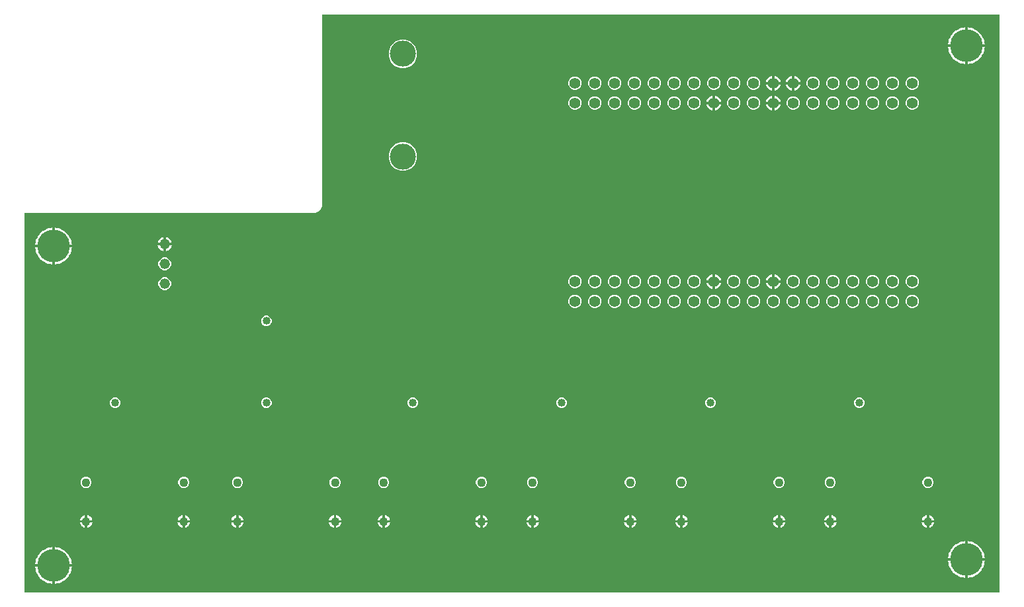
<source format=gbr>
G04 EAGLE Gerber RS-274X export*
G75*
%MOMM*%
%FSLAX34Y34*%
%LPD*%
%INCopper Layer 2*%
%IPPOS*%
%AMOC8*
5,1,8,0,0,1.08239X$1,22.5*%
G01*
%ADD10C,1.320800*%
%ADD11C,1.108000*%
%ADD12C,1.397000*%
%ADD13C,3.327400*%
%ADD14C,4.191000*%
%ADD15C,1.016000*%

G36*
X1258336Y10926D02*
X1258336Y10926D01*
X1258355Y10924D01*
X1258457Y10946D01*
X1258559Y10962D01*
X1258576Y10972D01*
X1258596Y10976D01*
X1258685Y11029D01*
X1258776Y11078D01*
X1258790Y11092D01*
X1258807Y11102D01*
X1258874Y11181D01*
X1258946Y11256D01*
X1258954Y11274D01*
X1258967Y11289D01*
X1259006Y11385D01*
X1259049Y11479D01*
X1259051Y11499D01*
X1259059Y11517D01*
X1259077Y11684D01*
X1259077Y750316D01*
X1259074Y750336D01*
X1259076Y750355D01*
X1259054Y750457D01*
X1259038Y750559D01*
X1259028Y750576D01*
X1259024Y750596D01*
X1258971Y750685D01*
X1258922Y750776D01*
X1258908Y750790D01*
X1258898Y750807D01*
X1258819Y750874D01*
X1258744Y750946D01*
X1258726Y750954D01*
X1258711Y750967D01*
X1258615Y751006D01*
X1258521Y751049D01*
X1258501Y751051D01*
X1258483Y751059D01*
X1258316Y751077D01*
X392684Y751077D01*
X392664Y751074D01*
X392645Y751076D01*
X392543Y751054D01*
X392441Y751038D01*
X392424Y751028D01*
X392404Y751024D01*
X392315Y750971D01*
X392224Y750922D01*
X392210Y750908D01*
X392193Y750898D01*
X392126Y750819D01*
X392054Y750744D01*
X392046Y750726D01*
X392033Y750711D01*
X391994Y750615D01*
X391951Y750521D01*
X391949Y750501D01*
X391941Y750483D01*
X391923Y750316D01*
X391923Y505827D01*
X390260Y501813D01*
X387187Y498740D01*
X383173Y497077D01*
X11684Y497077D01*
X11664Y497074D01*
X11645Y497076D01*
X11543Y497054D01*
X11441Y497038D01*
X11424Y497028D01*
X11404Y497024D01*
X11315Y496971D01*
X11224Y496922D01*
X11210Y496908D01*
X11193Y496898D01*
X11126Y496819D01*
X11054Y496744D01*
X11046Y496726D01*
X11033Y496711D01*
X10994Y496615D01*
X10951Y496521D01*
X10949Y496501D01*
X10941Y496483D01*
X10923Y496316D01*
X10923Y11684D01*
X10926Y11664D01*
X10924Y11645D01*
X10946Y11543D01*
X10962Y11441D01*
X10972Y11424D01*
X10976Y11404D01*
X11029Y11315D01*
X11078Y11224D01*
X11092Y11210D01*
X11102Y11193D01*
X11181Y11126D01*
X11256Y11054D01*
X11274Y11046D01*
X11289Y11033D01*
X11385Y10994D01*
X11479Y10951D01*
X11499Y10949D01*
X11517Y10941D01*
X11684Y10923D01*
X1258316Y10923D01*
X1258336Y10926D01*
G37*
%LPC*%
G36*
X491687Y682497D02*
X491687Y682497D01*
X485012Y685262D01*
X479903Y690371D01*
X477138Y697046D01*
X477138Y704272D01*
X479903Y710947D01*
X485012Y716056D01*
X491687Y718821D01*
X498913Y718821D01*
X505588Y716056D01*
X510697Y710947D01*
X513462Y704272D01*
X513462Y697046D01*
X510697Y690371D01*
X505588Y685262D01*
X498913Y682497D01*
X491687Y682497D01*
G37*
%LPD*%
%LPC*%
G36*
X491687Y551179D02*
X491687Y551179D01*
X485012Y553944D01*
X479903Y559053D01*
X477138Y565728D01*
X477138Y572954D01*
X479903Y579629D01*
X485012Y584738D01*
X491687Y587503D01*
X498913Y587503D01*
X505588Y584738D01*
X510697Y579629D01*
X513462Y572954D01*
X513462Y565728D01*
X510697Y559053D01*
X505588Y553944D01*
X498913Y551179D01*
X491687Y551179D01*
G37*
%LPD*%
%LPC*%
G36*
X1218183Y712723D02*
X1218183Y712723D01*
X1218183Y734673D01*
X1220602Y734400D01*
X1221792Y734129D01*
X1223175Y733813D01*
X1225665Y732942D01*
X1228043Y731796D01*
X1230278Y730392D01*
X1232341Y728747D01*
X1234207Y726881D01*
X1235852Y724818D01*
X1237256Y722583D01*
X1238402Y720205D01*
X1239273Y717715D01*
X1239860Y715142D01*
X1240133Y712723D01*
X1218183Y712723D01*
G37*
%LPD*%
%LPC*%
G36*
X49783Y456183D02*
X49783Y456183D01*
X49783Y478133D01*
X52202Y477860D01*
X53397Y477587D01*
X54775Y477273D01*
X57265Y476402D01*
X59643Y475256D01*
X61878Y473852D01*
X63941Y472207D01*
X65807Y470341D01*
X67452Y468278D01*
X68856Y466043D01*
X70002Y463665D01*
X70873Y461175D01*
X71460Y458602D01*
X71733Y456183D01*
X49783Y456183D01*
G37*
%LPD*%
%LPC*%
G36*
X49783Y47243D02*
X49783Y47243D01*
X49783Y69193D01*
X52202Y68920D01*
X52745Y68796D01*
X52746Y68796D01*
X54775Y68333D01*
X57265Y67462D01*
X59643Y66316D01*
X61878Y64912D01*
X63941Y63267D01*
X65807Y61401D01*
X67452Y59338D01*
X68856Y57103D01*
X70002Y54725D01*
X70873Y52235D01*
X71460Y49662D01*
X71733Y47243D01*
X49783Y47243D01*
G37*
%LPD*%
%LPC*%
G36*
X1218183Y54863D02*
X1218183Y54863D01*
X1218183Y76813D01*
X1220602Y76540D01*
X1221178Y76409D01*
X1223175Y75953D01*
X1225665Y75082D01*
X1228043Y73936D01*
X1230278Y72532D01*
X1232341Y70887D01*
X1234207Y69021D01*
X1235852Y66958D01*
X1237256Y64723D01*
X1238402Y62345D01*
X1239273Y59855D01*
X1239860Y57282D01*
X1240133Y54863D01*
X1218183Y54863D01*
G37*
%LPD*%
%LPC*%
G36*
X49783Y44197D02*
X49783Y44197D01*
X71733Y44197D01*
X71460Y41778D01*
X70873Y39205D01*
X70002Y36715D01*
X68856Y34337D01*
X67452Y32102D01*
X65807Y30039D01*
X63941Y28173D01*
X61878Y26528D01*
X59643Y25124D01*
X57265Y23978D01*
X54775Y23107D01*
X52202Y22520D01*
X49783Y22247D01*
X49783Y44197D01*
G37*
%LPD*%
%LPC*%
G36*
X1218183Y709677D02*
X1218183Y709677D01*
X1240133Y709677D01*
X1239860Y707258D01*
X1239273Y704685D01*
X1238402Y702195D01*
X1237256Y699817D01*
X1235852Y697582D01*
X1234207Y695519D01*
X1232341Y693653D01*
X1230278Y692008D01*
X1228043Y690604D01*
X1225665Y689458D01*
X1223175Y688587D01*
X1220602Y688000D01*
X1218183Y687727D01*
X1218183Y709677D01*
G37*
%LPD*%
%LPC*%
G36*
X24787Y47243D02*
X24787Y47243D01*
X25060Y49662D01*
X25647Y52235D01*
X26518Y54725D01*
X27664Y57103D01*
X29068Y59338D01*
X30713Y61401D01*
X32579Y63267D01*
X34642Y64912D01*
X36877Y66316D01*
X39255Y67462D01*
X41745Y68333D01*
X44318Y68920D01*
X46737Y69193D01*
X46737Y47243D01*
X24787Y47243D01*
G37*
%LPD*%
%LPC*%
G36*
X1193187Y712723D02*
X1193187Y712723D01*
X1193460Y715142D01*
X1194047Y717715D01*
X1194918Y720205D01*
X1196064Y722583D01*
X1197468Y724818D01*
X1199113Y726881D01*
X1200979Y728747D01*
X1203042Y730392D01*
X1205277Y731796D01*
X1207655Y732942D01*
X1210145Y733813D01*
X1212718Y734400D01*
X1215137Y734673D01*
X1215137Y712723D01*
X1193187Y712723D01*
G37*
%LPD*%
%LPC*%
G36*
X49783Y453137D02*
X49783Y453137D01*
X71733Y453137D01*
X71460Y450718D01*
X70873Y448145D01*
X70002Y445655D01*
X68856Y443277D01*
X67452Y441042D01*
X65807Y438979D01*
X63941Y437113D01*
X61878Y435468D01*
X59643Y434064D01*
X57265Y432918D01*
X54775Y432047D01*
X52202Y431460D01*
X49783Y431187D01*
X49783Y453137D01*
G37*
%LPD*%
%LPC*%
G36*
X24787Y456183D02*
X24787Y456183D01*
X25060Y458602D01*
X25647Y461175D01*
X26518Y463665D01*
X27664Y466043D01*
X29068Y468278D01*
X30713Y470341D01*
X32579Y472207D01*
X34642Y473852D01*
X36877Y475256D01*
X39255Y476402D01*
X41745Y477273D01*
X44318Y477860D01*
X46737Y478133D01*
X46737Y456183D01*
X24787Y456183D01*
G37*
%LPD*%
%LPC*%
G36*
X1218183Y51817D02*
X1218183Y51817D01*
X1240133Y51817D01*
X1239860Y49398D01*
X1239273Y46825D01*
X1238402Y44335D01*
X1237256Y41957D01*
X1235852Y39722D01*
X1234207Y37659D01*
X1232341Y35793D01*
X1230278Y34148D01*
X1228043Y32744D01*
X1225665Y31598D01*
X1223175Y30727D01*
X1220602Y30140D01*
X1218183Y29867D01*
X1218183Y51817D01*
G37*
%LPD*%
%LPC*%
G36*
X1193187Y54863D02*
X1193187Y54863D01*
X1193460Y57282D01*
X1194047Y59855D01*
X1194918Y62345D01*
X1196064Y64723D01*
X1197468Y66958D01*
X1199113Y69021D01*
X1200979Y70887D01*
X1203042Y72532D01*
X1205277Y73936D01*
X1207655Y75082D01*
X1210145Y75953D01*
X1212718Y76540D01*
X1215137Y76813D01*
X1215137Y54863D01*
X1193187Y54863D01*
G37*
%LPD*%
%LPC*%
G36*
X44318Y22520D02*
X44318Y22520D01*
X41845Y23084D01*
X41745Y23107D01*
X39255Y23978D01*
X36877Y25124D01*
X34642Y26528D01*
X32579Y28173D01*
X30713Y30039D01*
X29068Y32102D01*
X27664Y34337D01*
X26518Y36715D01*
X25647Y39205D01*
X25060Y41778D01*
X24787Y44197D01*
X46737Y44197D01*
X46737Y22247D01*
X44318Y22520D01*
G37*
%LPD*%
%LPC*%
G36*
X44318Y431460D02*
X44318Y431460D01*
X42497Y431875D01*
X42496Y431876D01*
X41745Y432047D01*
X39255Y432918D01*
X36877Y434064D01*
X34642Y435468D01*
X32579Y437113D01*
X30713Y438979D01*
X29068Y441042D01*
X27664Y443277D01*
X26518Y445655D01*
X25647Y448145D01*
X25060Y450718D01*
X24787Y453137D01*
X46737Y453137D01*
X46737Y431187D01*
X44318Y431460D01*
G37*
%LPD*%
%LPC*%
G36*
X1212718Y688000D02*
X1212718Y688000D01*
X1210891Y688417D01*
X1210145Y688587D01*
X1207655Y689458D01*
X1205277Y690604D01*
X1203042Y692008D01*
X1200979Y693653D01*
X1199113Y695519D01*
X1197468Y697582D01*
X1196064Y699817D01*
X1194918Y702195D01*
X1194047Y704685D01*
X1193460Y707258D01*
X1193187Y709677D01*
X1215137Y709677D01*
X1215137Y687727D01*
X1212718Y688000D01*
G37*
%LPD*%
%LPC*%
G36*
X1212718Y30140D02*
X1212718Y30140D01*
X1210278Y30697D01*
X1210145Y30727D01*
X1207655Y31598D01*
X1205277Y32744D01*
X1203042Y34148D01*
X1200979Y35793D01*
X1199113Y37659D01*
X1197468Y39722D01*
X1196064Y41957D01*
X1194918Y44335D01*
X1194047Y46825D01*
X1193460Y49398D01*
X1193187Y51817D01*
X1215137Y51817D01*
X1215137Y29867D01*
X1212718Y30140D01*
G37*
%LPD*%
%LPC*%
G36*
X942507Y654690D02*
X942507Y654690D01*
X939380Y655986D01*
X936986Y658380D01*
X935690Y661507D01*
X935690Y664893D01*
X936986Y668020D01*
X939380Y670414D01*
X942507Y671710D01*
X945893Y671710D01*
X949020Y670414D01*
X951414Y668020D01*
X952710Y664893D01*
X952710Y661507D01*
X951414Y658380D01*
X949020Y655986D01*
X945893Y654690D01*
X942507Y654690D01*
G37*
%LPD*%
%LPC*%
G36*
X917107Y654690D02*
X917107Y654690D01*
X913980Y655986D01*
X911586Y658380D01*
X910290Y661507D01*
X910290Y664893D01*
X911586Y668020D01*
X913980Y670414D01*
X917107Y671710D01*
X920493Y671710D01*
X923620Y670414D01*
X926014Y668020D01*
X927310Y664893D01*
X927310Y661507D01*
X926014Y658380D01*
X923620Y655986D01*
X920493Y654690D01*
X917107Y654690D01*
G37*
%LPD*%
%LPC*%
G36*
X891707Y654690D02*
X891707Y654690D01*
X888580Y655986D01*
X886186Y658380D01*
X884890Y661507D01*
X884890Y664893D01*
X886186Y668020D01*
X888580Y670414D01*
X891707Y671710D01*
X895093Y671710D01*
X898220Y670414D01*
X900614Y668020D01*
X901910Y664893D01*
X901910Y661507D01*
X900614Y658380D01*
X898220Y655986D01*
X895093Y654690D01*
X891707Y654690D01*
G37*
%LPD*%
%LPC*%
G36*
X866307Y654690D02*
X866307Y654690D01*
X863180Y655986D01*
X860786Y658380D01*
X859490Y661507D01*
X859490Y664893D01*
X860786Y668020D01*
X863180Y670414D01*
X866307Y671710D01*
X869693Y671710D01*
X872820Y670414D01*
X875214Y668020D01*
X876510Y664893D01*
X876510Y661507D01*
X875214Y658380D01*
X872820Y655986D01*
X869693Y654690D01*
X866307Y654690D01*
G37*
%LPD*%
%LPC*%
G36*
X840907Y654690D02*
X840907Y654690D01*
X837780Y655986D01*
X835386Y658380D01*
X834090Y661507D01*
X834090Y664893D01*
X835386Y668020D01*
X837780Y670414D01*
X840907Y671710D01*
X844293Y671710D01*
X847420Y670414D01*
X849814Y668020D01*
X851110Y664893D01*
X851110Y661507D01*
X849814Y658380D01*
X847420Y655986D01*
X844293Y654690D01*
X840907Y654690D01*
G37*
%LPD*%
%LPC*%
G36*
X815507Y654690D02*
X815507Y654690D01*
X812380Y655986D01*
X809986Y658380D01*
X808690Y661507D01*
X808690Y664893D01*
X809986Y668020D01*
X812380Y670414D01*
X815507Y671710D01*
X818893Y671710D01*
X822020Y670414D01*
X824414Y668020D01*
X825710Y664893D01*
X825710Y661507D01*
X824414Y658380D01*
X822020Y655986D01*
X818893Y654690D01*
X815507Y654690D01*
G37*
%LPD*%
%LPC*%
G36*
X790107Y654690D02*
X790107Y654690D01*
X786980Y655986D01*
X784586Y658380D01*
X783290Y661507D01*
X783290Y664893D01*
X784586Y668020D01*
X786980Y670414D01*
X790107Y671710D01*
X793493Y671710D01*
X796620Y670414D01*
X799014Y668020D01*
X800310Y664893D01*
X800310Y661507D01*
X799014Y658380D01*
X796620Y655986D01*
X793493Y654690D01*
X790107Y654690D01*
G37*
%LPD*%
%LPC*%
G36*
X764707Y654690D02*
X764707Y654690D01*
X761580Y655986D01*
X759186Y658380D01*
X757890Y661507D01*
X757890Y664893D01*
X759186Y668020D01*
X761580Y670414D01*
X764707Y671710D01*
X768093Y671710D01*
X771220Y670414D01*
X773614Y668020D01*
X774910Y664893D01*
X774910Y661507D01*
X773614Y658380D01*
X771220Y655986D01*
X768093Y654690D01*
X764707Y654690D01*
G37*
%LPD*%
%LPC*%
G36*
X739307Y654690D02*
X739307Y654690D01*
X736180Y655986D01*
X733786Y658380D01*
X732490Y661507D01*
X732490Y664893D01*
X733786Y668020D01*
X736180Y670414D01*
X739307Y671710D01*
X742693Y671710D01*
X745820Y670414D01*
X748214Y668020D01*
X749510Y664893D01*
X749510Y661507D01*
X748214Y658380D01*
X745820Y655986D01*
X742693Y654690D01*
X739307Y654690D01*
G37*
%LPD*%
%LPC*%
G36*
X1044107Y654690D02*
X1044107Y654690D01*
X1040980Y655986D01*
X1038586Y658380D01*
X1037290Y661507D01*
X1037290Y664893D01*
X1038586Y668020D01*
X1040980Y670414D01*
X1044107Y671710D01*
X1047493Y671710D01*
X1050620Y670414D01*
X1053014Y668020D01*
X1054310Y664893D01*
X1054310Y661507D01*
X1053014Y658380D01*
X1050620Y655986D01*
X1047493Y654690D01*
X1044107Y654690D01*
G37*
%LPD*%
%LPC*%
G36*
X1094907Y654690D02*
X1094907Y654690D01*
X1091780Y655986D01*
X1089386Y658380D01*
X1088090Y661507D01*
X1088090Y664893D01*
X1089386Y668020D01*
X1091780Y670414D01*
X1094907Y671710D01*
X1098293Y671710D01*
X1101420Y670414D01*
X1103814Y668020D01*
X1105110Y664893D01*
X1105110Y661507D01*
X1103814Y658380D01*
X1101420Y655986D01*
X1098293Y654690D01*
X1094907Y654690D01*
G37*
%LPD*%
%LPC*%
G36*
X1145707Y654690D02*
X1145707Y654690D01*
X1142580Y655986D01*
X1140186Y658380D01*
X1138890Y661507D01*
X1138890Y664893D01*
X1140186Y668020D01*
X1142580Y670414D01*
X1145707Y671710D01*
X1149093Y671710D01*
X1152220Y670414D01*
X1154614Y668020D01*
X1155910Y664893D01*
X1155910Y661507D01*
X1154614Y658380D01*
X1152220Y655986D01*
X1149093Y654690D01*
X1145707Y654690D01*
G37*
%LPD*%
%LPC*%
G36*
X1044107Y375290D02*
X1044107Y375290D01*
X1040980Y376586D01*
X1038586Y378980D01*
X1037290Y382107D01*
X1037290Y385493D01*
X1038586Y388620D01*
X1040980Y391014D01*
X1044107Y392310D01*
X1047493Y392310D01*
X1050620Y391014D01*
X1053014Y388620D01*
X1054310Y385493D01*
X1054310Y382107D01*
X1053014Y378980D01*
X1050620Y376586D01*
X1047493Y375290D01*
X1044107Y375290D01*
G37*
%LPD*%
%LPC*%
G36*
X1069507Y375290D02*
X1069507Y375290D01*
X1066380Y376586D01*
X1063986Y378980D01*
X1062690Y382107D01*
X1062690Y385493D01*
X1063986Y388620D01*
X1066380Y391014D01*
X1069507Y392310D01*
X1072893Y392310D01*
X1076020Y391014D01*
X1078414Y388620D01*
X1079710Y385493D01*
X1079710Y382107D01*
X1078414Y378980D01*
X1076020Y376586D01*
X1072893Y375290D01*
X1069507Y375290D01*
G37*
%LPD*%
%LPC*%
G36*
X1094907Y375290D02*
X1094907Y375290D01*
X1091780Y376586D01*
X1089386Y378980D01*
X1088090Y382107D01*
X1088090Y385493D01*
X1089386Y388620D01*
X1091780Y391014D01*
X1094907Y392310D01*
X1098293Y392310D01*
X1101420Y391014D01*
X1103814Y388620D01*
X1105110Y385493D01*
X1105110Y382107D01*
X1103814Y378980D01*
X1101420Y376586D01*
X1098293Y375290D01*
X1094907Y375290D01*
G37*
%LPD*%
%LPC*%
G36*
X1120307Y375290D02*
X1120307Y375290D01*
X1117180Y376586D01*
X1114786Y378980D01*
X1113490Y382107D01*
X1113490Y385493D01*
X1114786Y388620D01*
X1117180Y391014D01*
X1120307Y392310D01*
X1123693Y392310D01*
X1126820Y391014D01*
X1129214Y388620D01*
X1130510Y385493D01*
X1130510Y382107D01*
X1129214Y378980D01*
X1126820Y376586D01*
X1123693Y375290D01*
X1120307Y375290D01*
G37*
%LPD*%
%LPC*%
G36*
X993307Y375290D02*
X993307Y375290D01*
X990180Y376586D01*
X987786Y378980D01*
X986490Y382107D01*
X986490Y385493D01*
X987786Y388620D01*
X990180Y391014D01*
X993307Y392310D01*
X996693Y392310D01*
X999820Y391014D01*
X1002214Y388620D01*
X1003510Y385493D01*
X1003510Y382107D01*
X1002214Y378980D01*
X999820Y376586D01*
X996693Y375290D01*
X993307Y375290D01*
G37*
%LPD*%
%LPC*%
G36*
X739307Y375290D02*
X739307Y375290D01*
X736180Y376586D01*
X733786Y378980D01*
X732490Y382107D01*
X732490Y385493D01*
X733786Y388620D01*
X736180Y391014D01*
X739307Y392310D01*
X742693Y392310D01*
X745820Y391014D01*
X748214Y388620D01*
X749510Y385493D01*
X749510Y382107D01*
X748214Y378980D01*
X745820Y376586D01*
X742693Y375290D01*
X739307Y375290D01*
G37*
%LPD*%
%LPC*%
G36*
X993307Y629290D02*
X993307Y629290D01*
X990180Y630586D01*
X987786Y632980D01*
X986490Y636107D01*
X986490Y639493D01*
X987786Y642620D01*
X990180Y645014D01*
X993307Y646310D01*
X996693Y646310D01*
X999820Y645014D01*
X1002214Y642620D01*
X1003510Y639493D01*
X1003510Y636107D01*
X1002214Y632980D01*
X999820Y630586D01*
X996693Y629290D01*
X993307Y629290D01*
G37*
%LPD*%
%LPC*%
G36*
X942507Y629290D02*
X942507Y629290D01*
X939380Y630586D01*
X936986Y632980D01*
X935690Y636107D01*
X935690Y639493D01*
X936986Y642620D01*
X939380Y645014D01*
X942507Y646310D01*
X945893Y646310D01*
X949020Y645014D01*
X951414Y642620D01*
X952710Y639493D01*
X952710Y636107D01*
X951414Y632980D01*
X949020Y630586D01*
X945893Y629290D01*
X942507Y629290D01*
G37*
%LPD*%
%LPC*%
G36*
X917107Y629290D02*
X917107Y629290D01*
X913980Y630586D01*
X911586Y632980D01*
X910290Y636107D01*
X910290Y639493D01*
X911586Y642620D01*
X913980Y645014D01*
X917107Y646310D01*
X920493Y646310D01*
X923620Y645014D01*
X926014Y642620D01*
X927310Y639493D01*
X927310Y636107D01*
X926014Y632980D01*
X923620Y630586D01*
X920493Y629290D01*
X917107Y629290D01*
G37*
%LPD*%
%LPC*%
G36*
X1145707Y629290D02*
X1145707Y629290D01*
X1142580Y630586D01*
X1140186Y632980D01*
X1138890Y636107D01*
X1138890Y639493D01*
X1140186Y642620D01*
X1142580Y645014D01*
X1145707Y646310D01*
X1149093Y646310D01*
X1152220Y645014D01*
X1154614Y642620D01*
X1155910Y639493D01*
X1155910Y636107D01*
X1154614Y632980D01*
X1152220Y630586D01*
X1149093Y629290D01*
X1145707Y629290D01*
G37*
%LPD*%
%LPC*%
G36*
X1120307Y629290D02*
X1120307Y629290D01*
X1117180Y630586D01*
X1114786Y632980D01*
X1113490Y636107D01*
X1113490Y639493D01*
X1114786Y642620D01*
X1117180Y645014D01*
X1120307Y646310D01*
X1123693Y646310D01*
X1126820Y645014D01*
X1129214Y642620D01*
X1130510Y639493D01*
X1130510Y636107D01*
X1129214Y632980D01*
X1126820Y630586D01*
X1123693Y629290D01*
X1120307Y629290D01*
G37*
%LPD*%
%LPC*%
G36*
X1094907Y629290D02*
X1094907Y629290D01*
X1091780Y630586D01*
X1089386Y632980D01*
X1088090Y636107D01*
X1088090Y639493D01*
X1089386Y642620D01*
X1091780Y645014D01*
X1094907Y646310D01*
X1098293Y646310D01*
X1101420Y645014D01*
X1103814Y642620D01*
X1105110Y639493D01*
X1105110Y636107D01*
X1103814Y632980D01*
X1101420Y630586D01*
X1098293Y629290D01*
X1094907Y629290D01*
G37*
%LPD*%
%LPC*%
G36*
X1069507Y629290D02*
X1069507Y629290D01*
X1066380Y630586D01*
X1063986Y632980D01*
X1062690Y636107D01*
X1062690Y639493D01*
X1063986Y642620D01*
X1066380Y645014D01*
X1069507Y646310D01*
X1072893Y646310D01*
X1076020Y645014D01*
X1078414Y642620D01*
X1079710Y639493D01*
X1079710Y636107D01*
X1078414Y632980D01*
X1076020Y630586D01*
X1072893Y629290D01*
X1069507Y629290D01*
G37*
%LPD*%
%LPC*%
G36*
X1044107Y629290D02*
X1044107Y629290D01*
X1040980Y630586D01*
X1038586Y632980D01*
X1037290Y636107D01*
X1037290Y639493D01*
X1038586Y642620D01*
X1040980Y645014D01*
X1044107Y646310D01*
X1047493Y646310D01*
X1050620Y645014D01*
X1053014Y642620D01*
X1054310Y639493D01*
X1054310Y636107D01*
X1053014Y632980D01*
X1050620Y630586D01*
X1047493Y629290D01*
X1044107Y629290D01*
G37*
%LPD*%
%LPC*%
G36*
X1018707Y629290D02*
X1018707Y629290D01*
X1015580Y630586D01*
X1013186Y632980D01*
X1011890Y636107D01*
X1011890Y639493D01*
X1013186Y642620D01*
X1015580Y645014D01*
X1018707Y646310D01*
X1022093Y646310D01*
X1025220Y645014D01*
X1027614Y642620D01*
X1028910Y639493D01*
X1028910Y636107D01*
X1027614Y632980D01*
X1025220Y630586D01*
X1022093Y629290D01*
X1018707Y629290D01*
G37*
%LPD*%
%LPC*%
G36*
X866307Y629290D02*
X866307Y629290D01*
X863180Y630586D01*
X860786Y632980D01*
X859490Y636107D01*
X859490Y639493D01*
X860786Y642620D01*
X863180Y645014D01*
X866307Y646310D01*
X869693Y646310D01*
X872820Y645014D01*
X875214Y642620D01*
X876510Y639493D01*
X876510Y636107D01*
X875214Y632980D01*
X872820Y630586D01*
X869693Y629290D01*
X866307Y629290D01*
G37*
%LPD*%
%LPC*%
G36*
X840907Y629290D02*
X840907Y629290D01*
X837780Y630586D01*
X835386Y632980D01*
X834090Y636107D01*
X834090Y639493D01*
X835386Y642620D01*
X837780Y645014D01*
X840907Y646310D01*
X844293Y646310D01*
X847420Y645014D01*
X849814Y642620D01*
X851110Y639493D01*
X851110Y636107D01*
X849814Y632980D01*
X847420Y630586D01*
X844293Y629290D01*
X840907Y629290D01*
G37*
%LPD*%
%LPC*%
G36*
X815507Y629290D02*
X815507Y629290D01*
X812380Y630586D01*
X809986Y632980D01*
X808690Y636107D01*
X808690Y639493D01*
X809986Y642620D01*
X812380Y645014D01*
X815507Y646310D01*
X818893Y646310D01*
X822020Y645014D01*
X824414Y642620D01*
X825710Y639493D01*
X825710Y636107D01*
X824414Y632980D01*
X822020Y630586D01*
X818893Y629290D01*
X815507Y629290D01*
G37*
%LPD*%
%LPC*%
G36*
X790107Y629290D02*
X790107Y629290D01*
X786980Y630586D01*
X784586Y632980D01*
X783290Y636107D01*
X783290Y639493D01*
X784586Y642620D01*
X786980Y645014D01*
X790107Y646310D01*
X793493Y646310D01*
X796620Y645014D01*
X799014Y642620D01*
X800310Y639493D01*
X800310Y636107D01*
X799014Y632980D01*
X796620Y630586D01*
X793493Y629290D01*
X790107Y629290D01*
G37*
%LPD*%
%LPC*%
G36*
X764707Y629290D02*
X764707Y629290D01*
X761580Y630586D01*
X759186Y632980D01*
X757890Y636107D01*
X757890Y639493D01*
X759186Y642620D01*
X761580Y645014D01*
X764707Y646310D01*
X768093Y646310D01*
X771220Y645014D01*
X773614Y642620D01*
X774910Y639493D01*
X774910Y636107D01*
X773614Y632980D01*
X771220Y630586D01*
X768093Y629290D01*
X764707Y629290D01*
G37*
%LPD*%
%LPC*%
G36*
X739307Y629290D02*
X739307Y629290D01*
X736180Y630586D01*
X733786Y632980D01*
X732490Y636107D01*
X732490Y639493D01*
X733786Y642620D01*
X736180Y645014D01*
X739307Y646310D01*
X742693Y646310D01*
X745820Y645014D01*
X748214Y642620D01*
X749510Y639493D01*
X749510Y636107D01*
X748214Y632980D01*
X745820Y630586D01*
X742693Y629290D01*
X739307Y629290D01*
G37*
%LPD*%
%LPC*%
G36*
X713907Y629290D02*
X713907Y629290D01*
X710780Y630586D01*
X708386Y632980D01*
X707090Y636107D01*
X707090Y639493D01*
X708386Y642620D01*
X710780Y645014D01*
X713907Y646310D01*
X717293Y646310D01*
X720420Y645014D01*
X722814Y642620D01*
X724110Y639493D01*
X724110Y636107D01*
X722814Y632980D01*
X720420Y630586D01*
X717293Y629290D01*
X713907Y629290D01*
G37*
%LPD*%
%LPC*%
G36*
X764707Y375290D02*
X764707Y375290D01*
X761580Y376586D01*
X759186Y378980D01*
X757890Y382107D01*
X757890Y385493D01*
X759186Y388620D01*
X761580Y391014D01*
X764707Y392310D01*
X768093Y392310D01*
X771220Y391014D01*
X773614Y388620D01*
X774910Y385493D01*
X774910Y382107D01*
X773614Y378980D01*
X771220Y376586D01*
X768093Y375290D01*
X764707Y375290D01*
G37*
%LPD*%
%LPC*%
G36*
X967907Y375290D02*
X967907Y375290D01*
X964780Y376586D01*
X962386Y378980D01*
X961090Y382107D01*
X961090Y385493D01*
X962386Y388620D01*
X964780Y391014D01*
X967907Y392310D01*
X971293Y392310D01*
X974420Y391014D01*
X976814Y388620D01*
X978110Y385493D01*
X978110Y382107D01*
X976814Y378980D01*
X974420Y376586D01*
X971293Y375290D01*
X967907Y375290D01*
G37*
%LPD*%
%LPC*%
G36*
X942507Y375290D02*
X942507Y375290D01*
X939380Y376586D01*
X936986Y378980D01*
X935690Y382107D01*
X935690Y385493D01*
X936986Y388620D01*
X939380Y391014D01*
X942507Y392310D01*
X945893Y392310D01*
X949020Y391014D01*
X951414Y388620D01*
X952710Y385493D01*
X952710Y382107D01*
X951414Y378980D01*
X949020Y376586D01*
X945893Y375290D01*
X942507Y375290D01*
G37*
%LPD*%
%LPC*%
G36*
X917107Y375290D02*
X917107Y375290D01*
X913980Y376586D01*
X911586Y378980D01*
X910290Y382107D01*
X910290Y385493D01*
X911586Y388620D01*
X913980Y391014D01*
X917107Y392310D01*
X920493Y392310D01*
X923620Y391014D01*
X926014Y388620D01*
X927310Y385493D01*
X927310Y382107D01*
X926014Y378980D01*
X923620Y376586D01*
X920493Y375290D01*
X917107Y375290D01*
G37*
%LPD*%
%LPC*%
G36*
X1018707Y375290D02*
X1018707Y375290D01*
X1015580Y376586D01*
X1013186Y378980D01*
X1011890Y382107D01*
X1011890Y385493D01*
X1013186Y388620D01*
X1015580Y391014D01*
X1018707Y392310D01*
X1022093Y392310D01*
X1025220Y391014D01*
X1027614Y388620D01*
X1028910Y385493D01*
X1028910Y382107D01*
X1027614Y378980D01*
X1025220Y376586D01*
X1022093Y375290D01*
X1018707Y375290D01*
G37*
%LPD*%
%LPC*%
G36*
X891707Y375290D02*
X891707Y375290D01*
X888580Y376586D01*
X886186Y378980D01*
X884890Y382107D01*
X884890Y385493D01*
X886186Y388620D01*
X888580Y391014D01*
X891707Y392310D01*
X895093Y392310D01*
X898220Y391014D01*
X900614Y388620D01*
X901910Y385493D01*
X901910Y382107D01*
X900614Y378980D01*
X898220Y376586D01*
X895093Y375290D01*
X891707Y375290D01*
G37*
%LPD*%
%LPC*%
G36*
X713907Y654690D02*
X713907Y654690D01*
X710780Y655986D01*
X708386Y658380D01*
X707090Y661507D01*
X707090Y664893D01*
X708386Y668020D01*
X710780Y670414D01*
X713907Y671710D01*
X717293Y671710D01*
X720420Y670414D01*
X722814Y668020D01*
X724110Y664893D01*
X724110Y661507D01*
X722814Y658380D01*
X720420Y655986D01*
X717293Y654690D01*
X713907Y654690D01*
G37*
%LPD*%
%LPC*%
G36*
X1018707Y654690D02*
X1018707Y654690D01*
X1015580Y655986D01*
X1013186Y658380D01*
X1011890Y661507D01*
X1011890Y664893D01*
X1013186Y668020D01*
X1015580Y670414D01*
X1018707Y671710D01*
X1022093Y671710D01*
X1025220Y670414D01*
X1027614Y668020D01*
X1028910Y664893D01*
X1028910Y661507D01*
X1027614Y658380D01*
X1025220Y655986D01*
X1022093Y654690D01*
X1018707Y654690D01*
G37*
%LPD*%
%LPC*%
G36*
X1069507Y654690D02*
X1069507Y654690D01*
X1066380Y655986D01*
X1063986Y658380D01*
X1062690Y661507D01*
X1062690Y664893D01*
X1063986Y668020D01*
X1066380Y670414D01*
X1069507Y671710D01*
X1072893Y671710D01*
X1076020Y670414D01*
X1078414Y668020D01*
X1079710Y664893D01*
X1079710Y661507D01*
X1078414Y658380D01*
X1076020Y655986D01*
X1072893Y654690D01*
X1069507Y654690D01*
G37*
%LPD*%
%LPC*%
G36*
X866307Y375290D02*
X866307Y375290D01*
X863180Y376586D01*
X860786Y378980D01*
X859490Y382107D01*
X859490Y385493D01*
X860786Y388620D01*
X863180Y391014D01*
X866307Y392310D01*
X869693Y392310D01*
X872820Y391014D01*
X875214Y388620D01*
X876510Y385493D01*
X876510Y382107D01*
X875214Y378980D01*
X872820Y376586D01*
X869693Y375290D01*
X866307Y375290D01*
G37*
%LPD*%
%LPC*%
G36*
X840907Y375290D02*
X840907Y375290D01*
X837780Y376586D01*
X835386Y378980D01*
X834090Y382107D01*
X834090Y385493D01*
X835386Y388620D01*
X837780Y391014D01*
X840907Y392310D01*
X844293Y392310D01*
X847420Y391014D01*
X849814Y388620D01*
X851110Y385493D01*
X851110Y382107D01*
X849814Y378980D01*
X847420Y376586D01*
X844293Y375290D01*
X840907Y375290D01*
G37*
%LPD*%
%LPC*%
G36*
X815507Y400690D02*
X815507Y400690D01*
X812380Y401986D01*
X809986Y404380D01*
X808690Y407507D01*
X808690Y410893D01*
X809986Y414020D01*
X812380Y416414D01*
X815507Y417710D01*
X818893Y417710D01*
X822020Y416414D01*
X824414Y414020D01*
X825710Y410893D01*
X825710Y407507D01*
X824414Y404380D01*
X822020Y401986D01*
X818893Y400690D01*
X815507Y400690D01*
G37*
%LPD*%
%LPC*%
G36*
X713907Y400690D02*
X713907Y400690D01*
X710780Y401986D01*
X708386Y404380D01*
X707090Y407507D01*
X707090Y410893D01*
X708386Y414020D01*
X710780Y416414D01*
X713907Y417710D01*
X717293Y417710D01*
X720420Y416414D01*
X722814Y414020D01*
X724110Y410893D01*
X724110Y407507D01*
X722814Y404380D01*
X720420Y401986D01*
X717293Y400690D01*
X713907Y400690D01*
G37*
%LPD*%
%LPC*%
G36*
X739307Y400690D02*
X739307Y400690D01*
X736180Y401986D01*
X733786Y404380D01*
X732490Y407507D01*
X732490Y410893D01*
X733786Y414020D01*
X736180Y416414D01*
X739307Y417710D01*
X742693Y417710D01*
X745820Y416414D01*
X748214Y414020D01*
X749510Y410893D01*
X749510Y407507D01*
X748214Y404380D01*
X745820Y401986D01*
X742693Y400690D01*
X739307Y400690D01*
G37*
%LPD*%
%LPC*%
G36*
X764707Y400690D02*
X764707Y400690D01*
X761580Y401986D01*
X759186Y404380D01*
X757890Y407507D01*
X757890Y410893D01*
X759186Y414020D01*
X761580Y416414D01*
X764707Y417710D01*
X768093Y417710D01*
X771220Y416414D01*
X773614Y414020D01*
X774910Y410893D01*
X774910Y407507D01*
X773614Y404380D01*
X771220Y401986D01*
X768093Y400690D01*
X764707Y400690D01*
G37*
%LPD*%
%LPC*%
G36*
X1120307Y654690D02*
X1120307Y654690D01*
X1117180Y655986D01*
X1114786Y658380D01*
X1113490Y661507D01*
X1113490Y664893D01*
X1114786Y668020D01*
X1117180Y670414D01*
X1120307Y671710D01*
X1123693Y671710D01*
X1126820Y670414D01*
X1129214Y668020D01*
X1130510Y664893D01*
X1130510Y661507D01*
X1129214Y658380D01*
X1126820Y655986D01*
X1123693Y654690D01*
X1120307Y654690D01*
G37*
%LPD*%
%LPC*%
G36*
X1145707Y375290D02*
X1145707Y375290D01*
X1142580Y376586D01*
X1140186Y378980D01*
X1138890Y382107D01*
X1138890Y385493D01*
X1140186Y388620D01*
X1142580Y391014D01*
X1145707Y392310D01*
X1149093Y392310D01*
X1152220Y391014D01*
X1154614Y388620D01*
X1155910Y385493D01*
X1155910Y382107D01*
X1154614Y378980D01*
X1152220Y376586D01*
X1149093Y375290D01*
X1145707Y375290D01*
G37*
%LPD*%
%LPC*%
G36*
X840907Y400690D02*
X840907Y400690D01*
X837780Y401986D01*
X835386Y404380D01*
X834090Y407507D01*
X834090Y410893D01*
X835386Y414020D01*
X837780Y416414D01*
X840907Y417710D01*
X844293Y417710D01*
X847420Y416414D01*
X849814Y414020D01*
X851110Y410893D01*
X851110Y407507D01*
X849814Y404380D01*
X847420Y401986D01*
X844293Y400690D01*
X840907Y400690D01*
G37*
%LPD*%
%LPC*%
G36*
X790107Y400690D02*
X790107Y400690D01*
X786980Y401986D01*
X784586Y404380D01*
X783290Y407507D01*
X783290Y410893D01*
X784586Y414020D01*
X786980Y416414D01*
X790107Y417710D01*
X793493Y417710D01*
X796620Y416414D01*
X799014Y414020D01*
X800310Y410893D01*
X800310Y407507D01*
X799014Y404380D01*
X796620Y401986D01*
X793493Y400690D01*
X790107Y400690D01*
G37*
%LPD*%
%LPC*%
G36*
X713907Y375290D02*
X713907Y375290D01*
X710780Y376586D01*
X708386Y378980D01*
X707090Y382107D01*
X707090Y385493D01*
X708386Y388620D01*
X710780Y391014D01*
X713907Y392310D01*
X717293Y392310D01*
X720420Y391014D01*
X722814Y388620D01*
X724110Y385493D01*
X724110Y382107D01*
X722814Y378980D01*
X720420Y376586D01*
X717293Y375290D01*
X713907Y375290D01*
G37*
%LPD*%
%LPC*%
G36*
X790107Y375290D02*
X790107Y375290D01*
X786980Y376586D01*
X784586Y378980D01*
X783290Y382107D01*
X783290Y385493D01*
X784586Y388620D01*
X786980Y391014D01*
X790107Y392310D01*
X793493Y392310D01*
X796620Y391014D01*
X799014Y388620D01*
X800310Y385493D01*
X800310Y382107D01*
X799014Y378980D01*
X796620Y376586D01*
X793493Y375290D01*
X790107Y375290D01*
G37*
%LPD*%
%LPC*%
G36*
X815507Y375290D02*
X815507Y375290D01*
X812380Y376586D01*
X809986Y378980D01*
X808690Y382107D01*
X808690Y385493D01*
X809986Y388620D01*
X812380Y391014D01*
X815507Y392310D01*
X818893Y392310D01*
X822020Y391014D01*
X824414Y388620D01*
X825710Y385493D01*
X825710Y382107D01*
X824414Y378980D01*
X822020Y376586D01*
X818893Y375290D01*
X815507Y375290D01*
G37*
%LPD*%
%LPC*%
G36*
X1120307Y400690D02*
X1120307Y400690D01*
X1117180Y401986D01*
X1114786Y404380D01*
X1113490Y407507D01*
X1113490Y410893D01*
X1114786Y414020D01*
X1117180Y416414D01*
X1120307Y417710D01*
X1123693Y417710D01*
X1126820Y416414D01*
X1129214Y414020D01*
X1130510Y410893D01*
X1130510Y407507D01*
X1129214Y404380D01*
X1126820Y401986D01*
X1123693Y400690D01*
X1120307Y400690D01*
G37*
%LPD*%
%LPC*%
G36*
X1145707Y400690D02*
X1145707Y400690D01*
X1142580Y401986D01*
X1140186Y404380D01*
X1138890Y407507D01*
X1138890Y410893D01*
X1140186Y414020D01*
X1142580Y416414D01*
X1145707Y417710D01*
X1149093Y417710D01*
X1152220Y416414D01*
X1154614Y414020D01*
X1155910Y410893D01*
X1155910Y407507D01*
X1154614Y404380D01*
X1152220Y401986D01*
X1149093Y400690D01*
X1145707Y400690D01*
G37*
%LPD*%
%LPC*%
G36*
X1094907Y400690D02*
X1094907Y400690D01*
X1091780Y401986D01*
X1089386Y404380D01*
X1088090Y407507D01*
X1088090Y410893D01*
X1089386Y414020D01*
X1091780Y416414D01*
X1094907Y417710D01*
X1098293Y417710D01*
X1101420Y416414D01*
X1103814Y414020D01*
X1105110Y410893D01*
X1105110Y407507D01*
X1103814Y404380D01*
X1101420Y401986D01*
X1098293Y400690D01*
X1094907Y400690D01*
G37*
%LPD*%
%LPC*%
G36*
X1069507Y400690D02*
X1069507Y400690D01*
X1066380Y401986D01*
X1063986Y404380D01*
X1062690Y407507D01*
X1062690Y410893D01*
X1063986Y414020D01*
X1066380Y416414D01*
X1069507Y417710D01*
X1072893Y417710D01*
X1076020Y416414D01*
X1078414Y414020D01*
X1079710Y410893D01*
X1079710Y407507D01*
X1078414Y404380D01*
X1076020Y401986D01*
X1072893Y400690D01*
X1069507Y400690D01*
G37*
%LPD*%
%LPC*%
G36*
X1044107Y400690D02*
X1044107Y400690D01*
X1040980Y401986D01*
X1038586Y404380D01*
X1037290Y407507D01*
X1037290Y410893D01*
X1038586Y414020D01*
X1040980Y416414D01*
X1044107Y417710D01*
X1047493Y417710D01*
X1050620Y416414D01*
X1053014Y414020D01*
X1054310Y410893D01*
X1054310Y407507D01*
X1053014Y404380D01*
X1050620Y401986D01*
X1047493Y400690D01*
X1044107Y400690D01*
G37*
%LPD*%
%LPC*%
G36*
X1018707Y400690D02*
X1018707Y400690D01*
X1015580Y401986D01*
X1013186Y404380D01*
X1011890Y407507D01*
X1011890Y410893D01*
X1013186Y414020D01*
X1015580Y416414D01*
X1018707Y417710D01*
X1022093Y417710D01*
X1025220Y416414D01*
X1027614Y414020D01*
X1028910Y410893D01*
X1028910Y407507D01*
X1027614Y404380D01*
X1025220Y401986D01*
X1022093Y400690D01*
X1018707Y400690D01*
G37*
%LPD*%
%LPC*%
G36*
X993307Y400690D02*
X993307Y400690D01*
X990180Y401986D01*
X987786Y404380D01*
X986490Y407507D01*
X986490Y410893D01*
X987786Y414020D01*
X990180Y416414D01*
X993307Y417710D01*
X996693Y417710D01*
X999820Y416414D01*
X1002214Y414020D01*
X1003510Y410893D01*
X1003510Y407507D01*
X1002214Y404380D01*
X999820Y401986D01*
X996693Y400690D01*
X993307Y400690D01*
G37*
%LPD*%
%LPC*%
G36*
X942507Y400690D02*
X942507Y400690D01*
X939380Y401986D01*
X936986Y404380D01*
X935690Y407507D01*
X935690Y410893D01*
X936986Y414020D01*
X939380Y416414D01*
X942507Y417710D01*
X945893Y417710D01*
X949020Y416414D01*
X951414Y414020D01*
X952710Y410893D01*
X952710Y407507D01*
X951414Y404380D01*
X949020Y401986D01*
X945893Y400690D01*
X942507Y400690D01*
G37*
%LPD*%
%LPC*%
G36*
X917107Y400690D02*
X917107Y400690D01*
X913980Y401986D01*
X911586Y404380D01*
X910290Y407507D01*
X910290Y410893D01*
X911586Y414020D01*
X913980Y416414D01*
X917107Y417710D01*
X920493Y417710D01*
X923620Y416414D01*
X926014Y414020D01*
X927310Y410893D01*
X927310Y407507D01*
X926014Y404380D01*
X923620Y401986D01*
X920493Y400690D01*
X917107Y400690D01*
G37*
%LPD*%
%LPC*%
G36*
X866307Y400690D02*
X866307Y400690D01*
X863180Y401986D01*
X860786Y404380D01*
X859490Y407507D01*
X859490Y410893D01*
X860786Y414020D01*
X863180Y416414D01*
X866307Y417710D01*
X869693Y417710D01*
X872820Y416414D01*
X875214Y414020D01*
X876510Y410893D01*
X876510Y407507D01*
X875214Y404380D01*
X872820Y401986D01*
X869693Y400690D01*
X866307Y400690D01*
G37*
%LPD*%
%LPC*%
G36*
X188883Y423671D02*
X188883Y423671D01*
X185895Y424909D01*
X183609Y427195D01*
X182371Y430183D01*
X182371Y433417D01*
X183609Y436405D01*
X185895Y438691D01*
X188883Y439929D01*
X192117Y439929D01*
X195105Y438691D01*
X197391Y436405D01*
X198629Y433417D01*
X198629Y430183D01*
X197391Y427195D01*
X195105Y424909D01*
X192117Y423671D01*
X188883Y423671D01*
G37*
%LPD*%
%LPC*%
G36*
X188883Y398271D02*
X188883Y398271D01*
X185895Y399509D01*
X183609Y401795D01*
X182371Y404783D01*
X182371Y408017D01*
X183609Y411005D01*
X185895Y413291D01*
X188883Y414529D01*
X192117Y414529D01*
X195105Y413291D01*
X197391Y411005D01*
X198629Y408017D01*
X198629Y404783D01*
X197391Y401795D01*
X195105Y399509D01*
X192117Y398271D01*
X188883Y398271D01*
G37*
%LPD*%
%LPC*%
G36*
X88495Y144935D02*
X88495Y144935D01*
X85898Y146011D01*
X83911Y147998D01*
X82835Y150595D01*
X82835Y153405D01*
X83911Y156002D01*
X85898Y157989D01*
X88495Y159065D01*
X91305Y159065D01*
X93902Y157989D01*
X95889Y156002D01*
X96965Y153405D01*
X96965Y150595D01*
X95889Y147998D01*
X93902Y146011D01*
X91305Y144935D01*
X88495Y144935D01*
G37*
%LPD*%
%LPC*%
G36*
X975495Y144935D02*
X975495Y144935D01*
X972898Y146011D01*
X970911Y147998D01*
X969835Y150595D01*
X969835Y153405D01*
X970911Y156002D01*
X972898Y157989D01*
X975495Y159065D01*
X978305Y159065D01*
X980902Y157989D01*
X982889Y156002D01*
X983965Y153405D01*
X983965Y150595D01*
X982889Y147998D01*
X980902Y146011D01*
X978305Y144935D01*
X975495Y144935D01*
G37*
%LPD*%
%LPC*%
G36*
X282170Y144935D02*
X282170Y144935D01*
X279573Y146011D01*
X277586Y147998D01*
X276510Y150595D01*
X276510Y153405D01*
X277586Y156002D01*
X279573Y157989D01*
X282170Y159065D01*
X284980Y159065D01*
X287577Y157989D01*
X289564Y156002D01*
X290640Y153405D01*
X290640Y150595D01*
X289564Y147998D01*
X287577Y146011D01*
X284980Y144935D01*
X282170Y144935D01*
G37*
%LPD*%
%LPC*%
G36*
X407170Y144935D02*
X407170Y144935D01*
X404573Y146011D01*
X402586Y147998D01*
X401510Y150595D01*
X401510Y153405D01*
X402586Y156002D01*
X404573Y157989D01*
X407170Y159065D01*
X409980Y159065D01*
X412577Y157989D01*
X414564Y156002D01*
X415640Y153405D01*
X415640Y150595D01*
X414564Y147998D01*
X412577Y146011D01*
X409980Y144935D01*
X407170Y144935D01*
G37*
%LPD*%
%LPC*%
G36*
X469495Y144935D02*
X469495Y144935D01*
X466898Y146011D01*
X464911Y147998D01*
X463835Y150595D01*
X463835Y153405D01*
X464911Y156002D01*
X466898Y157989D01*
X469495Y159065D01*
X472305Y159065D01*
X474902Y157989D01*
X476889Y156002D01*
X477965Y153405D01*
X477965Y150595D01*
X476889Y147998D01*
X474902Y146011D01*
X472305Y144935D01*
X469495Y144935D01*
G37*
%LPD*%
%LPC*%
G36*
X594495Y144935D02*
X594495Y144935D01*
X591898Y146011D01*
X589911Y147998D01*
X588835Y150595D01*
X588835Y153405D01*
X589911Y156002D01*
X591898Y157989D01*
X594495Y159065D01*
X597305Y159065D01*
X599902Y157989D01*
X601889Y156002D01*
X602965Y153405D01*
X602965Y150595D01*
X601889Y147998D01*
X599902Y146011D01*
X597305Y144935D01*
X594495Y144935D01*
G37*
%LPD*%
%LPC*%
G36*
X659995Y144935D02*
X659995Y144935D01*
X657398Y146011D01*
X655411Y147998D01*
X654335Y150595D01*
X654335Y153405D01*
X655411Y156002D01*
X657398Y157989D01*
X659995Y159065D01*
X662805Y159065D01*
X665402Y157989D01*
X667389Y156002D01*
X668465Y153405D01*
X668465Y150595D01*
X667389Y147998D01*
X665402Y146011D01*
X662805Y144935D01*
X659995Y144935D01*
G37*
%LPD*%
%LPC*%
G36*
X213495Y144935D02*
X213495Y144935D01*
X210898Y146011D01*
X208911Y147998D01*
X207835Y150595D01*
X207835Y153405D01*
X208911Y156002D01*
X210898Y157989D01*
X213495Y159065D01*
X216305Y159065D01*
X218902Y157989D01*
X220889Y156002D01*
X221965Y153405D01*
X221965Y150595D01*
X220889Y147998D01*
X218902Y146011D01*
X216305Y144935D01*
X213495Y144935D01*
G37*
%LPD*%
%LPC*%
G36*
X1165995Y144935D02*
X1165995Y144935D01*
X1163398Y146011D01*
X1161411Y147998D01*
X1160335Y150595D01*
X1160335Y153405D01*
X1161411Y156002D01*
X1163398Y157989D01*
X1165995Y159065D01*
X1168805Y159065D01*
X1171402Y157989D01*
X1173389Y156002D01*
X1174465Y153405D01*
X1174465Y150595D01*
X1173389Y147998D01*
X1171402Y146011D01*
X1168805Y144935D01*
X1165995Y144935D01*
G37*
%LPD*%
%LPC*%
G36*
X1040995Y144935D02*
X1040995Y144935D01*
X1038398Y146011D01*
X1036411Y147998D01*
X1035335Y150595D01*
X1035335Y153405D01*
X1036411Y156002D01*
X1038398Y157989D01*
X1040995Y159065D01*
X1043805Y159065D01*
X1046402Y157989D01*
X1048389Y156002D01*
X1049465Y153405D01*
X1049465Y150595D01*
X1048389Y147998D01*
X1046402Y146011D01*
X1043805Y144935D01*
X1040995Y144935D01*
G37*
%LPD*%
%LPC*%
G36*
X784995Y144935D02*
X784995Y144935D01*
X782398Y146011D01*
X780411Y147998D01*
X779335Y150595D01*
X779335Y153405D01*
X780411Y156002D01*
X782398Y157989D01*
X784995Y159065D01*
X787805Y159065D01*
X790402Y157989D01*
X792389Y156002D01*
X793465Y153405D01*
X793465Y150595D01*
X792389Y147998D01*
X790402Y146011D01*
X787805Y144935D01*
X784995Y144935D01*
G37*
%LPD*%
%LPC*%
G36*
X850495Y144935D02*
X850495Y144935D01*
X847898Y146011D01*
X845911Y147998D01*
X844835Y150595D01*
X844835Y153405D01*
X845911Y156002D01*
X847898Y157989D01*
X850495Y159065D01*
X853305Y159065D01*
X855902Y157989D01*
X857889Y156002D01*
X858965Y153405D01*
X858965Y150595D01*
X857889Y147998D01*
X855902Y146011D01*
X853305Y144935D01*
X850495Y144935D01*
G37*
%LPD*%
%LPC*%
G36*
X1078186Y247395D02*
X1078186Y247395D01*
X1075759Y248401D01*
X1073901Y250259D01*
X1072895Y252686D01*
X1072895Y255314D01*
X1073901Y257741D01*
X1075759Y259599D01*
X1078186Y260605D01*
X1080814Y260605D01*
X1083241Y259599D01*
X1085099Y257741D01*
X1086105Y255314D01*
X1086105Y252686D01*
X1085099Y250259D01*
X1083241Y248401D01*
X1080814Y247395D01*
X1078186Y247395D01*
G37*
%LPD*%
%LPC*%
G36*
X125686Y247395D02*
X125686Y247395D01*
X123259Y248401D01*
X121401Y250259D01*
X120395Y252686D01*
X120395Y255314D01*
X121401Y257741D01*
X123259Y259599D01*
X125686Y260605D01*
X128314Y260605D01*
X130741Y259599D01*
X132599Y257741D01*
X133605Y255314D01*
X133605Y252686D01*
X132599Y250259D01*
X130741Y248401D01*
X128314Y247395D01*
X125686Y247395D01*
G37*
%LPD*%
%LPC*%
G36*
X319361Y352170D02*
X319361Y352170D01*
X316934Y353176D01*
X315076Y355034D01*
X314070Y357461D01*
X314070Y360089D01*
X315076Y362516D01*
X316934Y364374D01*
X319361Y365380D01*
X321989Y365380D01*
X324416Y364374D01*
X326274Y362516D01*
X327280Y360089D01*
X327280Y357461D01*
X326274Y355034D01*
X324416Y353176D01*
X321989Y352170D01*
X319361Y352170D01*
G37*
%LPD*%
%LPC*%
G36*
X506686Y247395D02*
X506686Y247395D01*
X504259Y248401D01*
X502401Y250259D01*
X501395Y252686D01*
X501395Y255314D01*
X502401Y257741D01*
X504259Y259599D01*
X506686Y260605D01*
X509314Y260605D01*
X511741Y259599D01*
X513599Y257741D01*
X514605Y255314D01*
X514605Y252686D01*
X513599Y250259D01*
X511741Y248401D01*
X509314Y247395D01*
X506686Y247395D01*
G37*
%LPD*%
%LPC*%
G36*
X697186Y247395D02*
X697186Y247395D01*
X694759Y248401D01*
X692901Y250259D01*
X691895Y252686D01*
X691895Y255314D01*
X692901Y257741D01*
X694759Y259599D01*
X697186Y260605D01*
X699814Y260605D01*
X702241Y259599D01*
X704099Y257741D01*
X705105Y255314D01*
X705105Y252686D01*
X704099Y250259D01*
X702241Y248401D01*
X699814Y247395D01*
X697186Y247395D01*
G37*
%LPD*%
%LPC*%
G36*
X887686Y247395D02*
X887686Y247395D01*
X885259Y248401D01*
X883401Y250259D01*
X882395Y252686D01*
X882395Y255314D01*
X883401Y257741D01*
X885259Y259599D01*
X887686Y260605D01*
X890314Y260605D01*
X892741Y259599D01*
X894599Y257741D01*
X895605Y255314D01*
X895605Y252686D01*
X894599Y250259D01*
X892741Y248401D01*
X890314Y247395D01*
X887686Y247395D01*
G37*
%LPD*%
%LPC*%
G36*
X319361Y247395D02*
X319361Y247395D01*
X316934Y248401D01*
X315076Y250259D01*
X314070Y252686D01*
X314070Y255314D01*
X315076Y257741D01*
X316934Y259599D01*
X319361Y260605D01*
X321989Y260605D01*
X324416Y259599D01*
X326274Y257741D01*
X327280Y255314D01*
X327280Y252686D01*
X326274Y250259D01*
X324416Y248401D01*
X321989Y247395D01*
X319361Y247395D01*
G37*
%LPD*%
%LPC*%
G36*
X996523Y664723D02*
X996523Y664723D01*
X996523Y672609D01*
X997779Y672360D01*
X999512Y671642D01*
X1001072Y670599D01*
X1002399Y669272D01*
X1003442Y667712D01*
X1004160Y665979D01*
X1004409Y664723D01*
X996523Y664723D01*
G37*
%LPD*%
%LPC*%
G36*
X971123Y410723D02*
X971123Y410723D01*
X971123Y418609D01*
X972379Y418360D01*
X974112Y417642D01*
X975672Y416599D01*
X976999Y415272D01*
X978042Y413712D01*
X978760Y411979D01*
X979009Y410723D01*
X971123Y410723D01*
G37*
%LPD*%
%LPC*%
G36*
X971123Y664723D02*
X971123Y664723D01*
X971123Y672609D01*
X972379Y672360D01*
X974112Y671642D01*
X975672Y670599D01*
X976999Y669272D01*
X978042Y667712D01*
X978760Y665979D01*
X979009Y664723D01*
X971123Y664723D01*
G37*
%LPD*%
%LPC*%
G36*
X894923Y410723D02*
X894923Y410723D01*
X894923Y418609D01*
X896179Y418360D01*
X897912Y417642D01*
X899472Y416599D01*
X900799Y415272D01*
X901842Y413712D01*
X902560Y411979D01*
X902809Y410723D01*
X894923Y410723D01*
G37*
%LPD*%
%LPC*%
G36*
X894923Y639323D02*
X894923Y639323D01*
X894923Y647209D01*
X896179Y646960D01*
X897912Y646242D01*
X899472Y645199D01*
X900799Y643872D01*
X901842Y642312D01*
X902560Y640579D01*
X902809Y639323D01*
X894923Y639323D01*
G37*
%LPD*%
%LPC*%
G36*
X971123Y639323D02*
X971123Y639323D01*
X971123Y647209D01*
X972379Y646960D01*
X974112Y646242D01*
X975672Y645199D01*
X976999Y643872D01*
X978042Y642312D01*
X978760Y640579D01*
X979009Y639323D01*
X971123Y639323D01*
G37*
%LPD*%
%LPC*%
G36*
X960191Y664723D02*
X960191Y664723D01*
X960440Y665979D01*
X961158Y667712D01*
X962201Y669272D01*
X963528Y670599D01*
X965088Y671642D01*
X966821Y672360D01*
X968077Y672609D01*
X968077Y664723D01*
X960191Y664723D01*
G37*
%LPD*%
%LPC*%
G36*
X960191Y410723D02*
X960191Y410723D01*
X960440Y411979D01*
X961158Y413712D01*
X962201Y415272D01*
X963528Y416599D01*
X965088Y417642D01*
X966821Y418360D01*
X968077Y418609D01*
X968077Y410723D01*
X960191Y410723D01*
G37*
%LPD*%
%LPC*%
G36*
X883991Y410723D02*
X883991Y410723D01*
X884240Y411979D01*
X884958Y413712D01*
X886001Y415272D01*
X887328Y416599D01*
X888888Y417642D01*
X890621Y418360D01*
X891877Y418609D01*
X891877Y410723D01*
X883991Y410723D01*
G37*
%LPD*%
%LPC*%
G36*
X883991Y639323D02*
X883991Y639323D01*
X884240Y640579D01*
X884958Y642312D01*
X886001Y643872D01*
X887328Y645199D01*
X888888Y646242D01*
X890621Y646960D01*
X891877Y647209D01*
X891877Y639323D01*
X883991Y639323D01*
G37*
%LPD*%
%LPC*%
G36*
X985591Y664723D02*
X985591Y664723D01*
X985840Y665979D01*
X986558Y667712D01*
X987601Y669272D01*
X988928Y670599D01*
X990488Y671642D01*
X992221Y672360D01*
X993477Y672609D01*
X993477Y664723D01*
X985591Y664723D01*
G37*
%LPD*%
%LPC*%
G36*
X960191Y639323D02*
X960191Y639323D01*
X960440Y640579D01*
X961158Y642312D01*
X962201Y643872D01*
X963528Y645199D01*
X965088Y646242D01*
X966821Y646960D01*
X968077Y647209D01*
X968077Y639323D01*
X960191Y639323D01*
G37*
%LPD*%
%LPC*%
G36*
X996523Y661677D02*
X996523Y661677D01*
X1004409Y661677D01*
X1004160Y660421D01*
X1003442Y658688D01*
X1002399Y657128D01*
X1001072Y655801D01*
X999512Y654758D01*
X997779Y654040D01*
X996523Y653791D01*
X996523Y661677D01*
G37*
%LPD*%
%LPC*%
G36*
X894923Y407677D02*
X894923Y407677D01*
X902809Y407677D01*
X902560Y406421D01*
X901842Y404688D01*
X900799Y403128D01*
X899472Y401801D01*
X897912Y400758D01*
X896179Y400040D01*
X894923Y399791D01*
X894923Y407677D01*
G37*
%LPD*%
%LPC*%
G36*
X971123Y661677D02*
X971123Y661677D01*
X979009Y661677D01*
X978760Y660421D01*
X978042Y658688D01*
X976999Y657128D01*
X975672Y655801D01*
X974112Y654758D01*
X972379Y654040D01*
X971123Y653791D01*
X971123Y661677D01*
G37*
%LPD*%
%LPC*%
G36*
X971123Y407677D02*
X971123Y407677D01*
X979009Y407677D01*
X978760Y406421D01*
X978042Y404688D01*
X976999Y403128D01*
X975672Y401801D01*
X974112Y400758D01*
X972379Y400040D01*
X971123Y399791D01*
X971123Y407677D01*
G37*
%LPD*%
%LPC*%
G36*
X971123Y636277D02*
X971123Y636277D01*
X979009Y636277D01*
X978760Y635021D01*
X978042Y633288D01*
X976999Y631728D01*
X975672Y630401D01*
X974112Y629358D01*
X972379Y628640D01*
X971123Y628391D01*
X971123Y636277D01*
G37*
%LPD*%
%LPC*%
G36*
X894923Y636277D02*
X894923Y636277D01*
X902809Y636277D01*
X902560Y635021D01*
X901842Y633288D01*
X900799Y631728D01*
X899472Y630401D01*
X897912Y629358D01*
X896179Y628640D01*
X894923Y628391D01*
X894923Y636277D01*
G37*
%LPD*%
%LPC*%
G36*
X966821Y628640D02*
X966821Y628640D01*
X965088Y629358D01*
X963528Y630401D01*
X962201Y631728D01*
X961158Y633288D01*
X960440Y635021D01*
X960191Y636277D01*
X968077Y636277D01*
X968077Y628391D01*
X966821Y628640D01*
G37*
%LPD*%
%LPC*%
G36*
X890621Y628640D02*
X890621Y628640D01*
X888888Y629358D01*
X887328Y630401D01*
X886001Y631728D01*
X884958Y633288D01*
X884240Y635021D01*
X883991Y636277D01*
X891877Y636277D01*
X891877Y628391D01*
X890621Y628640D01*
G37*
%LPD*%
%LPC*%
G36*
X966821Y400040D02*
X966821Y400040D01*
X965088Y400758D01*
X963528Y401801D01*
X962201Y403128D01*
X961158Y404688D01*
X960440Y406421D01*
X960191Y407677D01*
X968077Y407677D01*
X968077Y399791D01*
X966821Y400040D01*
G37*
%LPD*%
%LPC*%
G36*
X966821Y654040D02*
X966821Y654040D01*
X965088Y654758D01*
X963528Y655801D01*
X962201Y657128D01*
X961158Y658688D01*
X960440Y660421D01*
X960191Y661677D01*
X968077Y661677D01*
X968077Y653791D01*
X966821Y654040D01*
G37*
%LPD*%
%LPC*%
G36*
X890621Y400040D02*
X890621Y400040D01*
X888888Y400758D01*
X887328Y401801D01*
X886001Y403128D01*
X884958Y404688D01*
X884240Y406421D01*
X883991Y407677D01*
X891877Y407677D01*
X891877Y399791D01*
X890621Y400040D01*
G37*
%LPD*%
%LPC*%
G36*
X992221Y654040D02*
X992221Y654040D01*
X990488Y654758D01*
X988928Y655801D01*
X987601Y657128D01*
X986558Y658688D01*
X985840Y660421D01*
X985591Y661677D01*
X993477Y661677D01*
X993477Y653791D01*
X992221Y654040D01*
G37*
%LPD*%
%LPC*%
G36*
X192023Y458723D02*
X192023Y458723D01*
X192023Y466221D01*
X193167Y465993D01*
X194832Y465304D01*
X196330Y464303D01*
X197603Y463030D01*
X198604Y461532D01*
X199293Y459867D01*
X199521Y458723D01*
X192023Y458723D01*
G37*
%LPD*%
%LPC*%
G36*
X181479Y458723D02*
X181479Y458723D01*
X181707Y459867D01*
X182396Y461532D01*
X183397Y463030D01*
X184670Y464303D01*
X186168Y465304D01*
X187833Y465993D01*
X188977Y466221D01*
X188977Y458723D01*
X181479Y458723D01*
G37*
%LPD*%
%LPC*%
G36*
X192023Y455677D02*
X192023Y455677D01*
X199521Y455677D01*
X199293Y454533D01*
X198604Y452868D01*
X197603Y451370D01*
X196330Y450097D01*
X194832Y449096D01*
X193167Y448407D01*
X192023Y448179D01*
X192023Y455677D01*
G37*
%LPD*%
%LPC*%
G36*
X187833Y448407D02*
X187833Y448407D01*
X186168Y449096D01*
X184670Y450097D01*
X183397Y451370D01*
X182396Y452868D01*
X181707Y454533D01*
X181479Y455677D01*
X188977Y455677D01*
X188977Y448179D01*
X187833Y448407D01*
G37*
%LPD*%
%LPC*%
G36*
X1168899Y103499D02*
X1168899Y103499D01*
X1168899Y109941D01*
X1169757Y109770D01*
X1171228Y109161D01*
X1172551Y108277D01*
X1173677Y107151D01*
X1174561Y105828D01*
X1175170Y104357D01*
X1175341Y103499D01*
X1168899Y103499D01*
G37*
%LPD*%
%LPC*%
G36*
X91399Y103499D02*
X91399Y103499D01*
X91399Y109941D01*
X92257Y109770D01*
X93728Y109161D01*
X95051Y108277D01*
X96177Y107151D01*
X97061Y105828D01*
X97670Y104357D01*
X97841Y103499D01*
X91399Y103499D01*
G37*
%LPD*%
%LPC*%
G36*
X1043899Y103499D02*
X1043899Y103499D01*
X1043899Y109941D01*
X1044757Y109770D01*
X1046228Y109161D01*
X1047551Y108277D01*
X1048677Y107151D01*
X1049561Y105828D01*
X1050170Y104357D01*
X1050341Y103499D01*
X1043899Y103499D01*
G37*
%LPD*%
%LPC*%
G36*
X410074Y103499D02*
X410074Y103499D01*
X410074Y109941D01*
X410932Y109770D01*
X412403Y109161D01*
X413726Y108277D01*
X414852Y107151D01*
X415736Y105828D01*
X416345Y104357D01*
X416516Y103499D01*
X410074Y103499D01*
G37*
%LPD*%
%LPC*%
G36*
X472399Y103499D02*
X472399Y103499D01*
X472399Y109941D01*
X473257Y109770D01*
X474728Y109161D01*
X476051Y108277D01*
X477177Y107151D01*
X478061Y105828D01*
X478670Y104357D01*
X478841Y103499D01*
X472399Y103499D01*
G37*
%LPD*%
%LPC*%
G36*
X285074Y103499D02*
X285074Y103499D01*
X285074Y109941D01*
X285932Y109770D01*
X287403Y109161D01*
X288726Y108277D01*
X289852Y107151D01*
X290736Y105828D01*
X291345Y104357D01*
X291516Y103499D01*
X285074Y103499D01*
G37*
%LPD*%
%LPC*%
G36*
X597399Y103499D02*
X597399Y103499D01*
X597399Y109941D01*
X598257Y109770D01*
X599728Y109161D01*
X601051Y108277D01*
X602177Y107151D01*
X603061Y105828D01*
X603670Y104357D01*
X603841Y103499D01*
X597399Y103499D01*
G37*
%LPD*%
%LPC*%
G36*
X216399Y103499D02*
X216399Y103499D01*
X216399Y109941D01*
X217257Y109770D01*
X218728Y109161D01*
X220051Y108277D01*
X221177Y107151D01*
X222061Y105828D01*
X222670Y104357D01*
X222841Y103499D01*
X216399Y103499D01*
G37*
%LPD*%
%LPC*%
G36*
X662899Y103499D02*
X662899Y103499D01*
X662899Y109941D01*
X663757Y109770D01*
X665228Y109161D01*
X666551Y108277D01*
X667677Y107151D01*
X668561Y105828D01*
X669170Y104357D01*
X669341Y103499D01*
X662899Y103499D01*
G37*
%LPD*%
%LPC*%
G36*
X787899Y103499D02*
X787899Y103499D01*
X787899Y109941D01*
X788757Y109770D01*
X790228Y109161D01*
X791551Y108277D01*
X792677Y107151D01*
X793561Y105828D01*
X794170Y104357D01*
X794341Y103499D01*
X787899Y103499D01*
G37*
%LPD*%
%LPC*%
G36*
X978399Y103499D02*
X978399Y103499D01*
X978399Y109941D01*
X979257Y109770D01*
X980728Y109161D01*
X982051Y108277D01*
X983177Y107151D01*
X984061Y105828D01*
X984670Y104357D01*
X984841Y103499D01*
X978399Y103499D01*
G37*
%LPD*%
%LPC*%
G36*
X853399Y103499D02*
X853399Y103499D01*
X853399Y109941D01*
X854257Y109770D01*
X855728Y109161D01*
X857051Y108277D01*
X858177Y107151D01*
X859061Y105828D01*
X859670Y104357D01*
X859841Y103499D01*
X853399Y103499D01*
G37*
%LPD*%
%LPC*%
G36*
X1159459Y103499D02*
X1159459Y103499D01*
X1159630Y104357D01*
X1160239Y105828D01*
X1161123Y107151D01*
X1162249Y108277D01*
X1163572Y109161D01*
X1165043Y109770D01*
X1165901Y109941D01*
X1165901Y103499D01*
X1159459Y103499D01*
G37*
%LPD*%
%LPC*%
G36*
X1034459Y103499D02*
X1034459Y103499D01*
X1034630Y104357D01*
X1035239Y105828D01*
X1036123Y107151D01*
X1037249Y108277D01*
X1038572Y109161D01*
X1040043Y109770D01*
X1040901Y109941D01*
X1040901Y103499D01*
X1034459Y103499D01*
G37*
%LPD*%
%LPC*%
G36*
X216399Y100501D02*
X216399Y100501D01*
X222841Y100501D01*
X222670Y99643D01*
X222061Y98172D01*
X221177Y96849D01*
X220051Y95723D01*
X218728Y94839D01*
X217257Y94230D01*
X216399Y94059D01*
X216399Y100501D01*
G37*
%LPD*%
%LPC*%
G36*
X81959Y103499D02*
X81959Y103499D01*
X82130Y104357D01*
X82739Y105828D01*
X83623Y107151D01*
X84749Y108277D01*
X86072Y109161D01*
X87543Y109770D01*
X88401Y109941D01*
X88401Y103499D01*
X81959Y103499D01*
G37*
%LPD*%
%LPC*%
G36*
X285074Y100501D02*
X285074Y100501D01*
X291516Y100501D01*
X291345Y99643D01*
X290736Y98172D01*
X289852Y96849D01*
X288726Y95723D01*
X287403Y94839D01*
X285932Y94230D01*
X285074Y94059D01*
X285074Y100501D01*
G37*
%LPD*%
%LPC*%
G36*
X275634Y103499D02*
X275634Y103499D01*
X275805Y104357D01*
X276414Y105828D01*
X277298Y107151D01*
X278424Y108277D01*
X279747Y109161D01*
X281218Y109770D01*
X282076Y109941D01*
X282076Y103499D01*
X275634Y103499D01*
G37*
%LPD*%
%LPC*%
G36*
X400634Y103499D02*
X400634Y103499D01*
X400805Y104357D01*
X401414Y105828D01*
X402298Y107151D01*
X403424Y108277D01*
X404747Y109161D01*
X406218Y109770D01*
X407076Y109941D01*
X407076Y103499D01*
X400634Y103499D01*
G37*
%LPD*%
%LPC*%
G36*
X462959Y103499D02*
X462959Y103499D01*
X463130Y104357D01*
X463739Y105828D01*
X464623Y107151D01*
X465749Y108277D01*
X467072Y109161D01*
X468543Y109770D01*
X469401Y109941D01*
X469401Y103499D01*
X462959Y103499D01*
G37*
%LPD*%
%LPC*%
G36*
X587959Y103499D02*
X587959Y103499D01*
X588130Y104357D01*
X588739Y105828D01*
X589623Y107151D01*
X590749Y108277D01*
X592072Y109161D01*
X593543Y109770D01*
X594401Y109941D01*
X594401Y103499D01*
X587959Y103499D01*
G37*
%LPD*%
%LPC*%
G36*
X653459Y103499D02*
X653459Y103499D01*
X653630Y104357D01*
X654239Y105828D01*
X655123Y107151D01*
X656249Y108277D01*
X657572Y109161D01*
X659043Y109770D01*
X659901Y109941D01*
X659901Y103499D01*
X653459Y103499D01*
G37*
%LPD*%
%LPC*%
G36*
X778459Y103499D02*
X778459Y103499D01*
X778630Y104357D01*
X779239Y105828D01*
X780123Y107151D01*
X781249Y108277D01*
X782572Y109161D01*
X784043Y109770D01*
X784901Y109941D01*
X784901Y103499D01*
X778459Y103499D01*
G37*
%LPD*%
%LPC*%
G36*
X843959Y103499D02*
X843959Y103499D01*
X844130Y104357D01*
X844739Y105828D01*
X845623Y107151D01*
X846749Y108277D01*
X848072Y109161D01*
X849543Y109770D01*
X850401Y109941D01*
X850401Y103499D01*
X843959Y103499D01*
G37*
%LPD*%
%LPC*%
G36*
X968959Y103499D02*
X968959Y103499D01*
X969130Y104357D01*
X969739Y105828D01*
X970623Y107151D01*
X971749Y108277D01*
X973072Y109161D01*
X974543Y109770D01*
X975401Y109941D01*
X975401Y103499D01*
X968959Y103499D01*
G37*
%LPD*%
%LPC*%
G36*
X1043899Y100501D02*
X1043899Y100501D01*
X1050341Y100501D01*
X1050170Y99643D01*
X1049561Y98172D01*
X1048677Y96849D01*
X1047551Y95723D01*
X1046228Y94839D01*
X1044757Y94230D01*
X1043899Y94059D01*
X1043899Y100501D01*
G37*
%LPD*%
%LPC*%
G36*
X410074Y100501D02*
X410074Y100501D01*
X416516Y100501D01*
X416345Y99643D01*
X415736Y98172D01*
X414852Y96849D01*
X413726Y95723D01*
X412403Y94839D01*
X410932Y94230D01*
X410074Y94059D01*
X410074Y100501D01*
G37*
%LPD*%
%LPC*%
G36*
X1168899Y100501D02*
X1168899Y100501D01*
X1175341Y100501D01*
X1175170Y99643D01*
X1174561Y98172D01*
X1173677Y96849D01*
X1172551Y95723D01*
X1171228Y94839D01*
X1169757Y94230D01*
X1168899Y94059D01*
X1168899Y100501D01*
G37*
%LPD*%
%LPC*%
G36*
X472399Y100501D02*
X472399Y100501D01*
X478841Y100501D01*
X478670Y99643D01*
X478061Y98172D01*
X477177Y96849D01*
X476051Y95723D01*
X474728Y94839D01*
X473257Y94230D01*
X472399Y94059D01*
X472399Y100501D01*
G37*
%LPD*%
%LPC*%
G36*
X91399Y100501D02*
X91399Y100501D01*
X97841Y100501D01*
X97670Y99643D01*
X97061Y98172D01*
X96177Y96849D01*
X95051Y95723D01*
X93728Y94839D01*
X92257Y94230D01*
X91399Y94059D01*
X91399Y100501D01*
G37*
%LPD*%
%LPC*%
G36*
X597399Y100501D02*
X597399Y100501D01*
X603841Y100501D01*
X603670Y99643D01*
X603061Y98172D01*
X602177Y96849D01*
X601051Y95723D01*
X599728Y94839D01*
X598257Y94230D01*
X597399Y94059D01*
X597399Y100501D01*
G37*
%LPD*%
%LPC*%
G36*
X978399Y100501D02*
X978399Y100501D01*
X984841Y100501D01*
X984670Y99643D01*
X984061Y98172D01*
X983177Y96849D01*
X982051Y95723D01*
X980728Y94839D01*
X979257Y94230D01*
X978399Y94059D01*
X978399Y100501D01*
G37*
%LPD*%
%LPC*%
G36*
X662899Y100501D02*
X662899Y100501D01*
X669341Y100501D01*
X669170Y99643D01*
X668561Y98172D01*
X667677Y96849D01*
X666551Y95723D01*
X665228Y94839D01*
X663757Y94230D01*
X662899Y94059D01*
X662899Y100501D01*
G37*
%LPD*%
%LPC*%
G36*
X853399Y100501D02*
X853399Y100501D01*
X859841Y100501D01*
X859670Y99643D01*
X859061Y98172D01*
X858177Y96849D01*
X857051Y95723D01*
X855728Y94839D01*
X854257Y94230D01*
X853399Y94059D01*
X853399Y100501D01*
G37*
%LPD*%
%LPC*%
G36*
X206959Y103499D02*
X206959Y103499D01*
X207130Y104357D01*
X207739Y105828D01*
X208623Y107151D01*
X209749Y108277D01*
X211072Y109161D01*
X212543Y109770D01*
X213401Y109941D01*
X213401Y103499D01*
X206959Y103499D01*
G37*
%LPD*%
%LPC*%
G36*
X787899Y100501D02*
X787899Y100501D01*
X794341Y100501D01*
X794170Y99643D01*
X793561Y98172D01*
X792677Y96849D01*
X791551Y95723D01*
X790228Y94839D01*
X788757Y94230D01*
X787899Y94059D01*
X787899Y100501D01*
G37*
%LPD*%
%LPC*%
G36*
X849543Y94230D02*
X849543Y94230D01*
X848072Y94839D01*
X846749Y95723D01*
X845623Y96849D01*
X844739Y98172D01*
X844130Y99643D01*
X843959Y100501D01*
X850401Y100501D01*
X850401Y94059D01*
X849543Y94230D01*
G37*
%LPD*%
%LPC*%
G36*
X87543Y94230D02*
X87543Y94230D01*
X86072Y94839D01*
X84749Y95723D01*
X83623Y96849D01*
X82739Y98172D01*
X82130Y99643D01*
X81959Y100501D01*
X88401Y100501D01*
X88401Y94059D01*
X87543Y94230D01*
G37*
%LPD*%
%LPC*%
G36*
X659043Y94230D02*
X659043Y94230D01*
X657572Y94839D01*
X656249Y95723D01*
X655123Y96849D01*
X654239Y98172D01*
X653630Y99643D01*
X653459Y100501D01*
X659901Y100501D01*
X659901Y94059D01*
X659043Y94230D01*
G37*
%LPD*%
%LPC*%
G36*
X1040043Y94230D02*
X1040043Y94230D01*
X1038572Y94839D01*
X1037249Y95723D01*
X1036123Y96849D01*
X1035239Y98172D01*
X1034630Y99643D01*
X1034459Y100501D01*
X1040901Y100501D01*
X1040901Y94059D01*
X1040043Y94230D01*
G37*
%LPD*%
%LPC*%
G36*
X593543Y94230D02*
X593543Y94230D01*
X592072Y94839D01*
X590749Y95723D01*
X589623Y96849D01*
X588739Y98172D01*
X588130Y99643D01*
X587959Y100501D01*
X594401Y100501D01*
X594401Y94059D01*
X593543Y94230D01*
G37*
%LPD*%
%LPC*%
G36*
X1165043Y94230D02*
X1165043Y94230D01*
X1163572Y94839D01*
X1162249Y95723D01*
X1161123Y96849D01*
X1160239Y98172D01*
X1159630Y99643D01*
X1159459Y100501D01*
X1165901Y100501D01*
X1165901Y94059D01*
X1165043Y94230D01*
G37*
%LPD*%
%LPC*%
G36*
X468543Y94230D02*
X468543Y94230D01*
X467072Y94839D01*
X465749Y95723D01*
X464623Y96849D01*
X463739Y98172D01*
X463130Y99643D01*
X462959Y100501D01*
X469401Y100501D01*
X469401Y94059D01*
X468543Y94230D01*
G37*
%LPD*%
%LPC*%
G36*
X974543Y94230D02*
X974543Y94230D01*
X973072Y94839D01*
X971749Y95723D01*
X970623Y96849D01*
X969739Y98172D01*
X969130Y99643D01*
X968959Y100501D01*
X975401Y100501D01*
X975401Y94059D01*
X974543Y94230D01*
G37*
%LPD*%
%LPC*%
G36*
X406218Y94230D02*
X406218Y94230D01*
X404747Y94839D01*
X403424Y95723D01*
X402298Y96849D01*
X401414Y98172D01*
X400805Y99643D01*
X400634Y100501D01*
X407076Y100501D01*
X407076Y94059D01*
X406218Y94230D01*
G37*
%LPD*%
%LPC*%
G36*
X212543Y94230D02*
X212543Y94230D01*
X211072Y94839D01*
X209749Y95723D01*
X208623Y96849D01*
X207739Y98172D01*
X207130Y99643D01*
X206959Y100501D01*
X213401Y100501D01*
X213401Y94059D01*
X212543Y94230D01*
G37*
%LPD*%
%LPC*%
G36*
X281218Y94230D02*
X281218Y94230D01*
X279747Y94839D01*
X278424Y95723D01*
X277298Y96849D01*
X276414Y98172D01*
X275805Y99643D01*
X275634Y100501D01*
X282076Y100501D01*
X282076Y94059D01*
X281218Y94230D01*
G37*
%LPD*%
%LPC*%
G36*
X784043Y94230D02*
X784043Y94230D01*
X782572Y94839D01*
X781249Y95723D01*
X780123Y96849D01*
X779239Y98172D01*
X778630Y99643D01*
X778459Y100501D01*
X784901Y100501D01*
X784901Y94059D01*
X784043Y94230D01*
G37*
%LPD*%
%LPC*%
G36*
X190499Y457199D02*
X190499Y457199D01*
X190499Y457201D01*
X190501Y457201D01*
X190501Y457199D01*
X190499Y457199D01*
G37*
%LPD*%
%LPC*%
G36*
X1216659Y711199D02*
X1216659Y711199D01*
X1216659Y711201D01*
X1216661Y711201D01*
X1216661Y711199D01*
X1216659Y711199D01*
G37*
%LPD*%
%LPC*%
G36*
X969599Y409199D02*
X969599Y409199D01*
X969599Y409201D01*
X969601Y409201D01*
X969601Y409199D01*
X969599Y409199D01*
G37*
%LPD*%
%LPC*%
G36*
X969599Y637799D02*
X969599Y637799D01*
X969599Y637801D01*
X969601Y637801D01*
X969601Y637799D01*
X969599Y637799D01*
G37*
%LPD*%
%LPC*%
G36*
X969599Y663199D02*
X969599Y663199D01*
X969599Y663201D01*
X969601Y663201D01*
X969601Y663199D01*
X969599Y663199D01*
G37*
%LPD*%
%LPC*%
G36*
X1216659Y53339D02*
X1216659Y53339D01*
X1216659Y53341D01*
X1216661Y53341D01*
X1216661Y53339D01*
X1216659Y53339D01*
G37*
%LPD*%
%LPC*%
G36*
X994999Y663199D02*
X994999Y663199D01*
X994999Y663201D01*
X995001Y663201D01*
X995001Y663199D01*
X994999Y663199D01*
G37*
%LPD*%
%LPC*%
G36*
X893399Y409199D02*
X893399Y409199D01*
X893399Y409201D01*
X893401Y409201D01*
X893401Y409199D01*
X893399Y409199D01*
G37*
%LPD*%
%LPC*%
G36*
X48259Y45719D02*
X48259Y45719D01*
X48259Y45721D01*
X48261Y45721D01*
X48261Y45719D01*
X48259Y45719D01*
G37*
%LPD*%
%LPC*%
G36*
X893399Y637799D02*
X893399Y637799D01*
X893399Y637801D01*
X893401Y637801D01*
X893401Y637799D01*
X893399Y637799D01*
G37*
%LPD*%
%LPC*%
G36*
X48259Y454659D02*
X48259Y454659D01*
X48259Y454661D01*
X48261Y454661D01*
X48261Y454659D01*
X48259Y454659D01*
G37*
%LPD*%
D10*
X190500Y431800D03*
X190500Y406400D03*
X190500Y457200D03*
D11*
X89900Y152000D03*
X89900Y102000D03*
X214900Y152000D03*
X214900Y102000D03*
X283575Y152000D03*
X283575Y102000D03*
X408575Y152000D03*
X408575Y102000D03*
X1042400Y152000D03*
X1042400Y102000D03*
X1167400Y152000D03*
X1167400Y102000D03*
X851900Y152000D03*
X851900Y102000D03*
X976900Y152000D03*
X976900Y102000D03*
D12*
X1147400Y663200D03*
X1147400Y637800D03*
X1122000Y663200D03*
X1122000Y637800D03*
X1096600Y663200D03*
X1096600Y637800D03*
X1071200Y663200D03*
X1071200Y637800D03*
X1045800Y663200D03*
X1045800Y637800D03*
X1020400Y663200D03*
X1020400Y637800D03*
X995000Y663200D03*
X995000Y637800D03*
X969600Y663200D03*
X969600Y637800D03*
X944200Y663200D03*
X944200Y637800D03*
X918800Y663200D03*
X918800Y637800D03*
X893400Y663200D03*
X893400Y637800D03*
X868000Y663200D03*
X868000Y637800D03*
X842600Y663200D03*
X842600Y637800D03*
X817200Y663200D03*
X817200Y637800D03*
X791800Y663200D03*
X791800Y637800D03*
X766400Y663200D03*
X766400Y637800D03*
X741000Y663200D03*
X741000Y637800D03*
X715600Y663200D03*
X715600Y637800D03*
X1147400Y409200D03*
X1147400Y383800D03*
X1122000Y409200D03*
X1122000Y383800D03*
X1096600Y409200D03*
X1096600Y383800D03*
X1071200Y409200D03*
X1071200Y383800D03*
X1045800Y409200D03*
X1045800Y383800D03*
X1020400Y409200D03*
X1020400Y383800D03*
X995000Y409200D03*
X995000Y383800D03*
X969600Y409200D03*
X969600Y383800D03*
X944200Y409200D03*
X944200Y383800D03*
X918800Y409200D03*
X918800Y383800D03*
X893400Y409200D03*
X893400Y383800D03*
X868000Y409200D03*
X868000Y383800D03*
X842600Y409200D03*
X842600Y383800D03*
X817200Y409200D03*
X817200Y383800D03*
X791800Y409200D03*
X791800Y383800D03*
X766400Y409200D03*
X766400Y383800D03*
X741000Y409200D03*
X741000Y383800D03*
X715600Y409200D03*
X715600Y383800D03*
D11*
X661400Y152000D03*
X661400Y102000D03*
X786400Y152000D03*
X786400Y102000D03*
X470900Y152000D03*
X470900Y102000D03*
X595900Y152000D03*
X595900Y102000D03*
D13*
X495300Y569341D03*
X495300Y700659D03*
D14*
X48260Y45720D03*
X48260Y454660D03*
X1216660Y711200D03*
X1216660Y53340D03*
D15*
X149860Y457200D03*
X301625Y355600D03*
X637540Y604520D03*
X127000Y254000D03*
X320675Y254000D03*
X1079500Y254000D03*
X889000Y254000D03*
X698500Y254000D03*
X508000Y254000D03*
X320675Y358775D03*
M02*

</source>
